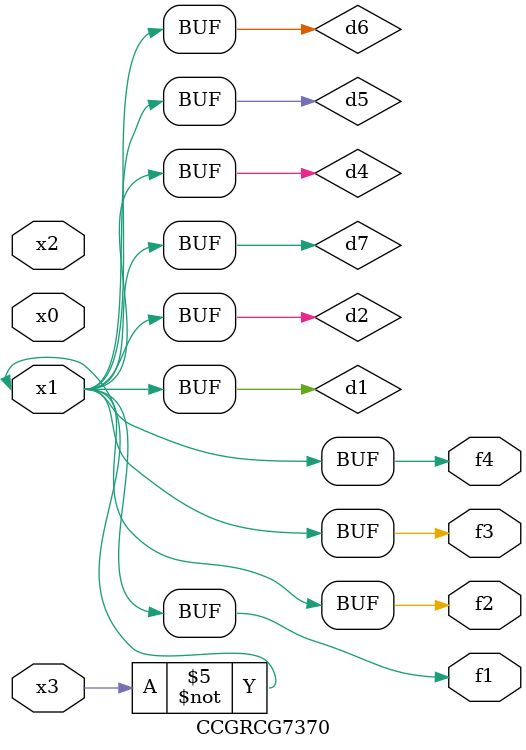
<source format=v>
module CCGRCG7370(
	input x0, x1, x2, x3,
	output f1, f2, f3, f4
);

	wire d1, d2, d3, d4, d5, d6, d7;

	not (d1, x3);
	buf (d2, x1);
	xnor (d3, d1, d2);
	nor (d4, d1);
	buf (d5, d1, d2);
	buf (d6, d4, d5);
	nand (d7, d4);
	assign f1 = d6;
	assign f2 = d7;
	assign f3 = d6;
	assign f4 = d6;
endmodule

</source>
